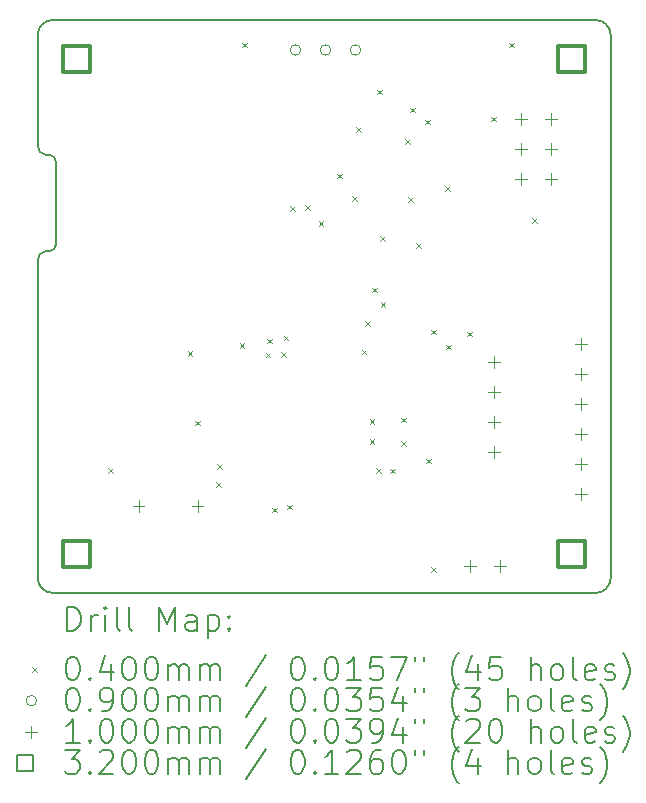
<source format=gbr>
%TF.GenerationSoftware,KiCad,Pcbnew,(6.0.7)*%
%TF.CreationDate,2023-04-08T23:38:01+02:00*%
%TF.ProjectId,hb-uni-644_328P_small,68622d75-6e69-42d3-9634-345f33323850,rev?*%
%TF.SameCoordinates,Original*%
%TF.FileFunction,Drillmap*%
%TF.FilePolarity,Positive*%
%FSLAX45Y45*%
G04 Gerber Fmt 4.5, Leading zero omitted, Abs format (unit mm)*
G04 Created by KiCad (PCBNEW (6.0.7)) date 2023-04-08 23:38:01*
%MOMM*%
%LPD*%
G01*
G04 APERTURE LIST*
%ADD10C,0.150000*%
%ADD11C,0.200000*%
%ADD12C,0.040000*%
%ADD13C,0.090000*%
%ADD14C,0.100000*%
%ADD15C,0.320000*%
G04 APERTURE END LIST*
D10*
X2870200Y-6731000D02*
G75*
G03*
X2921000Y-6680200I0J50800D01*
G01*
X2768603Y-9498697D02*
G75*
G03*
X2895600Y-9625697I126997J-3D01*
G01*
X7493000Y-9626600D02*
X2895600Y-9625697D01*
X2895600Y-4775200D02*
G75*
G03*
X2768600Y-4902200I0J-127000D01*
G01*
X2895600Y-4775200D02*
X7493000Y-4775200D01*
X2844800Y-5918200D02*
X2870200Y-5918200D01*
X2921000Y-5969000D02*
G75*
G03*
X2870200Y-5918200I-50800J0D01*
G01*
X7620000Y-4902200D02*
G75*
G03*
X7493000Y-4775200I-127000J0D01*
G01*
X2921000Y-5969000D02*
X2921000Y-6680200D01*
X2768600Y-9498697D02*
X2768600Y-6807200D01*
X2844800Y-6731000D02*
X2870200Y-6731000D01*
X7620000Y-4902200D02*
X7620000Y-9499600D01*
X7493000Y-9626600D02*
G75*
G03*
X7620000Y-9499600I0J127000D01*
G01*
X2768600Y-5842000D02*
G75*
G03*
X2844800Y-5918200I76200J0D01*
G01*
X2844800Y-6731000D02*
G75*
G03*
X2768600Y-6807200I0J-76200D01*
G01*
X2768600Y-5842000D02*
X2768600Y-4902200D01*
D11*
D12*
X3365030Y-8566490D02*
X3405030Y-8606490D01*
X3405030Y-8566490D02*
X3365030Y-8606490D01*
X4038150Y-7576190D02*
X4078150Y-7616190D01*
X4078150Y-7576190D02*
X4038150Y-7616190D01*
X4102830Y-8166700D02*
X4142830Y-8206700D01*
X4142830Y-8166700D02*
X4102830Y-8206700D01*
X4278480Y-8685910D02*
X4318480Y-8725910D01*
X4318480Y-8685910D02*
X4278480Y-8725910D01*
X4288240Y-8538420D02*
X4328240Y-8578420D01*
X4328240Y-8538420D02*
X4288240Y-8578420D01*
X4479130Y-7510870D02*
X4519130Y-7550870D01*
X4519130Y-7510870D02*
X4479130Y-7550870D01*
X4503000Y-4966730D02*
X4543000Y-5006730D01*
X4543000Y-4966730D02*
X4503000Y-5006730D01*
X4700000Y-7590520D02*
X4740000Y-7630520D01*
X4740000Y-7590520D02*
X4700000Y-7630520D01*
X4712260Y-7472730D02*
X4752260Y-7512730D01*
X4752260Y-7472730D02*
X4712260Y-7512730D01*
X4753030Y-8902880D02*
X4793030Y-8942880D01*
X4793030Y-8902880D02*
X4753030Y-8942880D01*
X4830840Y-7588490D02*
X4870840Y-7628490D01*
X4870840Y-7588490D02*
X4830840Y-7628490D01*
X4851620Y-7447620D02*
X4891620Y-7487620D01*
X4891620Y-7447620D02*
X4851620Y-7487620D01*
X4878450Y-8878760D02*
X4918450Y-8918760D01*
X4918450Y-8878760D02*
X4878450Y-8918760D01*
X4907990Y-6351680D02*
X4947990Y-6391680D01*
X4947990Y-6351680D02*
X4907990Y-6391680D01*
X5034600Y-6342700D02*
X5074600Y-6382700D01*
X5074600Y-6342700D02*
X5034600Y-6382700D01*
X5148900Y-6478550D02*
X5188900Y-6518550D01*
X5188900Y-6478550D02*
X5148900Y-6518550D01*
X5303500Y-6076000D02*
X5343500Y-6116000D01*
X5343500Y-6076000D02*
X5303500Y-6116000D01*
X5434480Y-6264740D02*
X5474480Y-6304740D01*
X5474480Y-6264740D02*
X5434480Y-6304740D01*
X5468320Y-5684010D02*
X5508320Y-5724010D01*
X5508320Y-5684010D02*
X5468320Y-5724010D01*
X5512360Y-7566960D02*
X5552360Y-7606960D01*
X5552360Y-7566960D02*
X5512360Y-7606960D01*
X5542010Y-7327000D02*
X5582010Y-7367000D01*
X5582010Y-7327000D02*
X5542010Y-7367000D01*
X5579500Y-8157140D02*
X5619500Y-8197140D01*
X5619500Y-8157140D02*
X5579500Y-8197140D01*
X5580370Y-8325850D02*
X5620370Y-8365850D01*
X5620370Y-8325850D02*
X5580370Y-8365850D01*
X5598390Y-7041310D02*
X5638390Y-7081310D01*
X5638390Y-7041310D02*
X5598390Y-7081310D01*
X5635320Y-8568490D02*
X5675320Y-8608490D01*
X5675320Y-8568490D02*
X5635320Y-8608490D01*
X5644200Y-5364800D02*
X5684200Y-5404800D01*
X5684200Y-5364800D02*
X5644200Y-5404800D01*
X5669600Y-6605120D02*
X5709600Y-6645120D01*
X5709600Y-6605120D02*
X5669600Y-6645120D01*
X5673810Y-7166680D02*
X5713810Y-7206680D01*
X5713810Y-7166680D02*
X5673810Y-7206680D01*
X5752990Y-8573900D02*
X5792990Y-8613900D01*
X5792990Y-8573900D02*
X5752990Y-8613900D01*
X5843440Y-8338350D02*
X5883440Y-8378350D01*
X5883440Y-8338350D02*
X5843440Y-8378350D01*
X5847400Y-8141140D02*
X5887400Y-8181140D01*
X5887400Y-8141140D02*
X5847400Y-8181140D01*
X5878930Y-5782180D02*
X5918930Y-5822180D01*
X5918930Y-5782180D02*
X5878930Y-5822180D01*
X5903490Y-6273540D02*
X5943490Y-6313540D01*
X5943490Y-6273540D02*
X5903490Y-6313540D01*
X5923600Y-5517200D02*
X5963600Y-5557200D01*
X5963600Y-5517200D02*
X5923600Y-5557200D01*
X5974400Y-6664280D02*
X6014400Y-6704280D01*
X6014400Y-6664280D02*
X5974400Y-6704280D01*
X6050600Y-5618800D02*
X6090600Y-5658800D01*
X6090600Y-5618800D02*
X6050600Y-5658800D01*
X6057190Y-8489240D02*
X6097190Y-8529240D01*
X6097190Y-8489240D02*
X6057190Y-8529240D01*
X6099320Y-9408110D02*
X6139320Y-9448110D01*
X6139320Y-9408110D02*
X6099320Y-9448110D01*
X6101400Y-7396800D02*
X6141400Y-7436800D01*
X6141400Y-7396800D02*
X6101400Y-7436800D01*
X6216090Y-6180010D02*
X6256090Y-6220010D01*
X6256090Y-6180010D02*
X6216090Y-6220010D01*
X6228400Y-7523800D02*
X6268400Y-7563800D01*
X6268400Y-7523800D02*
X6228400Y-7563800D01*
X6406960Y-7413930D02*
X6446960Y-7453930D01*
X6446960Y-7413930D02*
X6406960Y-7453930D01*
X6609400Y-5593400D02*
X6649400Y-5633400D01*
X6649400Y-5593400D02*
X6609400Y-5633400D01*
X6763600Y-4966890D02*
X6803600Y-5006890D01*
X6803600Y-4966890D02*
X6763600Y-5006890D01*
X6953200Y-6455300D02*
X6993200Y-6495300D01*
X6993200Y-6455300D02*
X6953200Y-6495300D01*
D13*
X4997000Y-5029200D02*
G75*
G03*
X4997000Y-5029200I-45000J0D01*
G01*
X5251000Y-5029200D02*
G75*
G03*
X5251000Y-5029200I-45000J0D01*
G01*
X5505000Y-5029200D02*
G75*
G03*
X5505000Y-5029200I-45000J0D01*
G01*
D14*
X3622970Y-8840000D02*
X3622970Y-8940000D01*
X3572970Y-8890000D02*
X3672970Y-8890000D01*
X4122970Y-8840000D02*
X4122970Y-8940000D01*
X4072970Y-8890000D02*
X4172970Y-8890000D01*
X6426700Y-9348000D02*
X6426700Y-9448000D01*
X6376700Y-9398000D02*
X6476700Y-9398000D01*
X6629400Y-7621800D02*
X6629400Y-7721800D01*
X6579400Y-7671800D02*
X6679400Y-7671800D01*
X6629400Y-7875800D02*
X6629400Y-7975800D01*
X6579400Y-7925800D02*
X6679400Y-7925800D01*
X6629400Y-8129800D02*
X6629400Y-8229800D01*
X6579400Y-8179800D02*
X6679400Y-8179800D01*
X6629400Y-8383800D02*
X6629400Y-8483800D01*
X6579400Y-8433800D02*
X6679400Y-8433800D01*
X6680700Y-9348000D02*
X6680700Y-9448000D01*
X6630700Y-9398000D02*
X6730700Y-9398000D01*
X6858500Y-5561900D02*
X6858500Y-5661900D01*
X6808500Y-5611900D02*
X6908500Y-5611900D01*
X6858500Y-5815900D02*
X6858500Y-5915900D01*
X6808500Y-5865900D02*
X6908500Y-5865900D01*
X6858500Y-6069900D02*
X6858500Y-6169900D01*
X6808500Y-6119900D02*
X6908500Y-6119900D01*
X7112500Y-5561900D02*
X7112500Y-5661900D01*
X7062500Y-5611900D02*
X7162500Y-5611900D01*
X7112500Y-5815900D02*
X7112500Y-5915900D01*
X7062500Y-5865900D02*
X7162500Y-5865900D01*
X7112500Y-6069900D02*
X7112500Y-6169900D01*
X7062500Y-6119900D02*
X7162500Y-6119900D01*
X7366000Y-7468400D02*
X7366000Y-7568400D01*
X7316000Y-7518400D02*
X7416000Y-7518400D01*
X7366000Y-7722400D02*
X7366000Y-7822400D01*
X7316000Y-7772400D02*
X7416000Y-7772400D01*
X7366000Y-7976400D02*
X7366000Y-8076400D01*
X7316000Y-8026400D02*
X7416000Y-8026400D01*
X7366000Y-8230400D02*
X7366000Y-8330400D01*
X7316000Y-8280400D02*
X7416000Y-8280400D01*
X7366000Y-8484400D02*
X7366000Y-8584400D01*
X7316000Y-8534400D02*
X7416000Y-8534400D01*
X7366000Y-8738400D02*
X7366000Y-8838400D01*
X7316000Y-8788400D02*
X7416000Y-8788400D01*
D15*
X3211938Y-5218538D02*
X3211938Y-4992262D01*
X2985662Y-4992262D01*
X2985662Y-5218538D01*
X3211938Y-5218538D01*
X3211938Y-9409538D02*
X3211938Y-9183262D01*
X2985662Y-9183262D01*
X2985662Y-9409538D01*
X3211938Y-9409538D01*
X7402938Y-5218538D02*
X7402938Y-4992262D01*
X7176662Y-4992262D01*
X7176662Y-5218538D01*
X7402938Y-5218538D01*
X7402938Y-9409538D02*
X7402938Y-9183262D01*
X7176662Y-9183262D01*
X7176662Y-9409538D01*
X7402938Y-9409538D01*
D11*
X3018719Y-9944576D02*
X3018719Y-9744576D01*
X3066338Y-9744576D01*
X3094909Y-9754100D01*
X3113957Y-9773148D01*
X3123481Y-9792195D01*
X3133005Y-9830290D01*
X3133005Y-9858862D01*
X3123481Y-9896957D01*
X3113957Y-9916005D01*
X3094909Y-9935052D01*
X3066338Y-9944576D01*
X3018719Y-9944576D01*
X3218719Y-9944576D02*
X3218719Y-9811243D01*
X3218719Y-9849338D02*
X3228243Y-9830290D01*
X3237767Y-9820767D01*
X3256814Y-9811243D01*
X3275862Y-9811243D01*
X3342528Y-9944576D02*
X3342528Y-9811243D01*
X3342528Y-9744576D02*
X3333005Y-9754100D01*
X3342528Y-9763624D01*
X3352052Y-9754100D01*
X3342528Y-9744576D01*
X3342528Y-9763624D01*
X3466338Y-9944576D02*
X3447290Y-9935052D01*
X3437767Y-9916005D01*
X3437767Y-9744576D01*
X3571100Y-9944576D02*
X3552052Y-9935052D01*
X3542528Y-9916005D01*
X3542528Y-9744576D01*
X3799671Y-9944576D02*
X3799671Y-9744576D01*
X3866338Y-9887433D01*
X3933005Y-9744576D01*
X3933005Y-9944576D01*
X4113957Y-9944576D02*
X4113957Y-9839814D01*
X4104433Y-9820767D01*
X4085386Y-9811243D01*
X4047290Y-9811243D01*
X4028243Y-9820767D01*
X4113957Y-9935052D02*
X4094909Y-9944576D01*
X4047290Y-9944576D01*
X4028243Y-9935052D01*
X4018719Y-9916005D01*
X4018719Y-9896957D01*
X4028243Y-9877910D01*
X4047290Y-9868386D01*
X4094909Y-9868386D01*
X4113957Y-9858862D01*
X4209195Y-9811243D02*
X4209195Y-10011243D01*
X4209195Y-9820767D02*
X4228243Y-9811243D01*
X4266338Y-9811243D01*
X4285386Y-9820767D01*
X4294910Y-9830290D01*
X4304433Y-9849338D01*
X4304433Y-9906481D01*
X4294910Y-9925529D01*
X4285386Y-9935052D01*
X4266338Y-9944576D01*
X4228243Y-9944576D01*
X4209195Y-9935052D01*
X4390148Y-9925529D02*
X4399671Y-9935052D01*
X4390148Y-9944576D01*
X4380624Y-9935052D01*
X4390148Y-9925529D01*
X4390148Y-9944576D01*
X4390148Y-9820767D02*
X4399671Y-9830290D01*
X4390148Y-9839814D01*
X4380624Y-9830290D01*
X4390148Y-9820767D01*
X4390148Y-9839814D01*
D12*
X2721100Y-10254100D02*
X2761100Y-10294100D01*
X2761100Y-10254100D02*
X2721100Y-10294100D01*
D11*
X3056814Y-10164576D02*
X3075862Y-10164576D01*
X3094909Y-10174100D01*
X3104433Y-10183624D01*
X3113957Y-10202671D01*
X3123481Y-10240767D01*
X3123481Y-10288386D01*
X3113957Y-10326481D01*
X3104433Y-10345529D01*
X3094909Y-10355052D01*
X3075862Y-10364576D01*
X3056814Y-10364576D01*
X3037767Y-10355052D01*
X3028243Y-10345529D01*
X3018719Y-10326481D01*
X3009195Y-10288386D01*
X3009195Y-10240767D01*
X3018719Y-10202671D01*
X3028243Y-10183624D01*
X3037767Y-10174100D01*
X3056814Y-10164576D01*
X3209195Y-10345529D02*
X3218719Y-10355052D01*
X3209195Y-10364576D01*
X3199671Y-10355052D01*
X3209195Y-10345529D01*
X3209195Y-10364576D01*
X3390148Y-10231243D02*
X3390148Y-10364576D01*
X3342528Y-10155052D02*
X3294909Y-10297910D01*
X3418719Y-10297910D01*
X3533005Y-10164576D02*
X3552052Y-10164576D01*
X3571100Y-10174100D01*
X3580624Y-10183624D01*
X3590148Y-10202671D01*
X3599671Y-10240767D01*
X3599671Y-10288386D01*
X3590148Y-10326481D01*
X3580624Y-10345529D01*
X3571100Y-10355052D01*
X3552052Y-10364576D01*
X3533005Y-10364576D01*
X3513957Y-10355052D01*
X3504433Y-10345529D01*
X3494909Y-10326481D01*
X3485386Y-10288386D01*
X3485386Y-10240767D01*
X3494909Y-10202671D01*
X3504433Y-10183624D01*
X3513957Y-10174100D01*
X3533005Y-10164576D01*
X3723481Y-10164576D02*
X3742528Y-10164576D01*
X3761576Y-10174100D01*
X3771100Y-10183624D01*
X3780624Y-10202671D01*
X3790148Y-10240767D01*
X3790148Y-10288386D01*
X3780624Y-10326481D01*
X3771100Y-10345529D01*
X3761576Y-10355052D01*
X3742528Y-10364576D01*
X3723481Y-10364576D01*
X3704433Y-10355052D01*
X3694909Y-10345529D01*
X3685386Y-10326481D01*
X3675862Y-10288386D01*
X3675862Y-10240767D01*
X3685386Y-10202671D01*
X3694909Y-10183624D01*
X3704433Y-10174100D01*
X3723481Y-10164576D01*
X3875862Y-10364576D02*
X3875862Y-10231243D01*
X3875862Y-10250290D02*
X3885386Y-10240767D01*
X3904433Y-10231243D01*
X3933005Y-10231243D01*
X3952052Y-10240767D01*
X3961576Y-10259814D01*
X3961576Y-10364576D01*
X3961576Y-10259814D02*
X3971100Y-10240767D01*
X3990148Y-10231243D01*
X4018719Y-10231243D01*
X4037767Y-10240767D01*
X4047290Y-10259814D01*
X4047290Y-10364576D01*
X4142528Y-10364576D02*
X4142528Y-10231243D01*
X4142528Y-10250290D02*
X4152052Y-10240767D01*
X4171100Y-10231243D01*
X4199671Y-10231243D01*
X4218719Y-10240767D01*
X4228243Y-10259814D01*
X4228243Y-10364576D01*
X4228243Y-10259814D02*
X4237767Y-10240767D01*
X4256814Y-10231243D01*
X4285386Y-10231243D01*
X4304433Y-10240767D01*
X4313957Y-10259814D01*
X4313957Y-10364576D01*
X4704433Y-10155052D02*
X4533005Y-10412195D01*
X4961576Y-10164576D02*
X4980624Y-10164576D01*
X4999671Y-10174100D01*
X5009195Y-10183624D01*
X5018719Y-10202671D01*
X5028243Y-10240767D01*
X5028243Y-10288386D01*
X5018719Y-10326481D01*
X5009195Y-10345529D01*
X4999671Y-10355052D01*
X4980624Y-10364576D01*
X4961576Y-10364576D01*
X4942529Y-10355052D01*
X4933005Y-10345529D01*
X4923481Y-10326481D01*
X4913957Y-10288386D01*
X4913957Y-10240767D01*
X4923481Y-10202671D01*
X4933005Y-10183624D01*
X4942529Y-10174100D01*
X4961576Y-10164576D01*
X5113957Y-10345529D02*
X5123481Y-10355052D01*
X5113957Y-10364576D01*
X5104433Y-10355052D01*
X5113957Y-10345529D01*
X5113957Y-10364576D01*
X5247290Y-10164576D02*
X5266338Y-10164576D01*
X5285386Y-10174100D01*
X5294910Y-10183624D01*
X5304433Y-10202671D01*
X5313957Y-10240767D01*
X5313957Y-10288386D01*
X5304433Y-10326481D01*
X5294910Y-10345529D01*
X5285386Y-10355052D01*
X5266338Y-10364576D01*
X5247290Y-10364576D01*
X5228243Y-10355052D01*
X5218719Y-10345529D01*
X5209195Y-10326481D01*
X5199671Y-10288386D01*
X5199671Y-10240767D01*
X5209195Y-10202671D01*
X5218719Y-10183624D01*
X5228243Y-10174100D01*
X5247290Y-10164576D01*
X5504433Y-10364576D02*
X5390148Y-10364576D01*
X5447290Y-10364576D02*
X5447290Y-10164576D01*
X5428243Y-10193148D01*
X5409195Y-10212195D01*
X5390148Y-10221719D01*
X5685386Y-10164576D02*
X5590148Y-10164576D01*
X5580624Y-10259814D01*
X5590148Y-10250290D01*
X5609195Y-10240767D01*
X5656814Y-10240767D01*
X5675862Y-10250290D01*
X5685386Y-10259814D01*
X5694909Y-10278862D01*
X5694909Y-10326481D01*
X5685386Y-10345529D01*
X5675862Y-10355052D01*
X5656814Y-10364576D01*
X5609195Y-10364576D01*
X5590148Y-10355052D01*
X5580624Y-10345529D01*
X5761576Y-10164576D02*
X5894909Y-10164576D01*
X5809195Y-10364576D01*
X5961576Y-10164576D02*
X5961576Y-10202671D01*
X6037767Y-10164576D02*
X6037767Y-10202671D01*
X6333005Y-10440767D02*
X6323481Y-10431243D01*
X6304433Y-10402671D01*
X6294909Y-10383624D01*
X6285386Y-10355052D01*
X6275862Y-10307433D01*
X6275862Y-10269338D01*
X6285386Y-10221719D01*
X6294909Y-10193148D01*
X6304433Y-10174100D01*
X6323481Y-10145529D01*
X6333005Y-10136005D01*
X6494909Y-10231243D02*
X6494909Y-10364576D01*
X6447290Y-10155052D02*
X6399671Y-10297910D01*
X6523481Y-10297910D01*
X6694909Y-10164576D02*
X6599671Y-10164576D01*
X6590148Y-10259814D01*
X6599671Y-10250290D01*
X6618719Y-10240767D01*
X6666338Y-10240767D01*
X6685386Y-10250290D01*
X6694909Y-10259814D01*
X6704433Y-10278862D01*
X6704433Y-10326481D01*
X6694909Y-10345529D01*
X6685386Y-10355052D01*
X6666338Y-10364576D01*
X6618719Y-10364576D01*
X6599671Y-10355052D01*
X6590148Y-10345529D01*
X6942528Y-10364576D02*
X6942528Y-10164576D01*
X7028243Y-10364576D02*
X7028243Y-10259814D01*
X7018719Y-10240767D01*
X6999671Y-10231243D01*
X6971100Y-10231243D01*
X6952052Y-10240767D01*
X6942528Y-10250290D01*
X7152052Y-10364576D02*
X7133005Y-10355052D01*
X7123481Y-10345529D01*
X7113957Y-10326481D01*
X7113957Y-10269338D01*
X7123481Y-10250290D01*
X7133005Y-10240767D01*
X7152052Y-10231243D01*
X7180624Y-10231243D01*
X7199671Y-10240767D01*
X7209195Y-10250290D01*
X7218719Y-10269338D01*
X7218719Y-10326481D01*
X7209195Y-10345529D01*
X7199671Y-10355052D01*
X7180624Y-10364576D01*
X7152052Y-10364576D01*
X7333005Y-10364576D02*
X7313957Y-10355052D01*
X7304433Y-10336005D01*
X7304433Y-10164576D01*
X7485386Y-10355052D02*
X7466338Y-10364576D01*
X7428243Y-10364576D01*
X7409195Y-10355052D01*
X7399671Y-10336005D01*
X7399671Y-10259814D01*
X7409195Y-10240767D01*
X7428243Y-10231243D01*
X7466338Y-10231243D01*
X7485386Y-10240767D01*
X7494909Y-10259814D01*
X7494909Y-10278862D01*
X7399671Y-10297910D01*
X7571100Y-10355052D02*
X7590148Y-10364576D01*
X7628243Y-10364576D01*
X7647290Y-10355052D01*
X7656814Y-10336005D01*
X7656814Y-10326481D01*
X7647290Y-10307433D01*
X7628243Y-10297910D01*
X7599671Y-10297910D01*
X7580624Y-10288386D01*
X7571100Y-10269338D01*
X7571100Y-10259814D01*
X7580624Y-10240767D01*
X7599671Y-10231243D01*
X7628243Y-10231243D01*
X7647290Y-10240767D01*
X7723481Y-10440767D02*
X7733005Y-10431243D01*
X7752052Y-10402671D01*
X7761576Y-10383624D01*
X7771100Y-10355052D01*
X7780624Y-10307433D01*
X7780624Y-10269338D01*
X7771100Y-10221719D01*
X7761576Y-10193148D01*
X7752052Y-10174100D01*
X7733005Y-10145529D01*
X7723481Y-10136005D01*
D13*
X2761100Y-10538100D02*
G75*
G03*
X2761100Y-10538100I-45000J0D01*
G01*
D11*
X3056814Y-10428576D02*
X3075862Y-10428576D01*
X3094909Y-10438100D01*
X3104433Y-10447624D01*
X3113957Y-10466671D01*
X3123481Y-10504767D01*
X3123481Y-10552386D01*
X3113957Y-10590481D01*
X3104433Y-10609529D01*
X3094909Y-10619052D01*
X3075862Y-10628576D01*
X3056814Y-10628576D01*
X3037767Y-10619052D01*
X3028243Y-10609529D01*
X3018719Y-10590481D01*
X3009195Y-10552386D01*
X3009195Y-10504767D01*
X3018719Y-10466671D01*
X3028243Y-10447624D01*
X3037767Y-10438100D01*
X3056814Y-10428576D01*
X3209195Y-10609529D02*
X3218719Y-10619052D01*
X3209195Y-10628576D01*
X3199671Y-10619052D01*
X3209195Y-10609529D01*
X3209195Y-10628576D01*
X3313957Y-10628576D02*
X3352052Y-10628576D01*
X3371100Y-10619052D01*
X3380624Y-10609529D01*
X3399671Y-10580957D01*
X3409195Y-10542862D01*
X3409195Y-10466671D01*
X3399671Y-10447624D01*
X3390148Y-10438100D01*
X3371100Y-10428576D01*
X3333005Y-10428576D01*
X3313957Y-10438100D01*
X3304433Y-10447624D01*
X3294909Y-10466671D01*
X3294909Y-10514290D01*
X3304433Y-10533338D01*
X3313957Y-10542862D01*
X3333005Y-10552386D01*
X3371100Y-10552386D01*
X3390148Y-10542862D01*
X3399671Y-10533338D01*
X3409195Y-10514290D01*
X3533005Y-10428576D02*
X3552052Y-10428576D01*
X3571100Y-10438100D01*
X3580624Y-10447624D01*
X3590148Y-10466671D01*
X3599671Y-10504767D01*
X3599671Y-10552386D01*
X3590148Y-10590481D01*
X3580624Y-10609529D01*
X3571100Y-10619052D01*
X3552052Y-10628576D01*
X3533005Y-10628576D01*
X3513957Y-10619052D01*
X3504433Y-10609529D01*
X3494909Y-10590481D01*
X3485386Y-10552386D01*
X3485386Y-10504767D01*
X3494909Y-10466671D01*
X3504433Y-10447624D01*
X3513957Y-10438100D01*
X3533005Y-10428576D01*
X3723481Y-10428576D02*
X3742528Y-10428576D01*
X3761576Y-10438100D01*
X3771100Y-10447624D01*
X3780624Y-10466671D01*
X3790148Y-10504767D01*
X3790148Y-10552386D01*
X3780624Y-10590481D01*
X3771100Y-10609529D01*
X3761576Y-10619052D01*
X3742528Y-10628576D01*
X3723481Y-10628576D01*
X3704433Y-10619052D01*
X3694909Y-10609529D01*
X3685386Y-10590481D01*
X3675862Y-10552386D01*
X3675862Y-10504767D01*
X3685386Y-10466671D01*
X3694909Y-10447624D01*
X3704433Y-10438100D01*
X3723481Y-10428576D01*
X3875862Y-10628576D02*
X3875862Y-10495243D01*
X3875862Y-10514290D02*
X3885386Y-10504767D01*
X3904433Y-10495243D01*
X3933005Y-10495243D01*
X3952052Y-10504767D01*
X3961576Y-10523814D01*
X3961576Y-10628576D01*
X3961576Y-10523814D02*
X3971100Y-10504767D01*
X3990148Y-10495243D01*
X4018719Y-10495243D01*
X4037767Y-10504767D01*
X4047290Y-10523814D01*
X4047290Y-10628576D01*
X4142528Y-10628576D02*
X4142528Y-10495243D01*
X4142528Y-10514290D02*
X4152052Y-10504767D01*
X4171100Y-10495243D01*
X4199671Y-10495243D01*
X4218719Y-10504767D01*
X4228243Y-10523814D01*
X4228243Y-10628576D01*
X4228243Y-10523814D02*
X4237767Y-10504767D01*
X4256814Y-10495243D01*
X4285386Y-10495243D01*
X4304433Y-10504767D01*
X4313957Y-10523814D01*
X4313957Y-10628576D01*
X4704433Y-10419052D02*
X4533005Y-10676195D01*
X4961576Y-10428576D02*
X4980624Y-10428576D01*
X4999671Y-10438100D01*
X5009195Y-10447624D01*
X5018719Y-10466671D01*
X5028243Y-10504767D01*
X5028243Y-10552386D01*
X5018719Y-10590481D01*
X5009195Y-10609529D01*
X4999671Y-10619052D01*
X4980624Y-10628576D01*
X4961576Y-10628576D01*
X4942529Y-10619052D01*
X4933005Y-10609529D01*
X4923481Y-10590481D01*
X4913957Y-10552386D01*
X4913957Y-10504767D01*
X4923481Y-10466671D01*
X4933005Y-10447624D01*
X4942529Y-10438100D01*
X4961576Y-10428576D01*
X5113957Y-10609529D02*
X5123481Y-10619052D01*
X5113957Y-10628576D01*
X5104433Y-10619052D01*
X5113957Y-10609529D01*
X5113957Y-10628576D01*
X5247290Y-10428576D02*
X5266338Y-10428576D01*
X5285386Y-10438100D01*
X5294910Y-10447624D01*
X5304433Y-10466671D01*
X5313957Y-10504767D01*
X5313957Y-10552386D01*
X5304433Y-10590481D01*
X5294910Y-10609529D01*
X5285386Y-10619052D01*
X5266338Y-10628576D01*
X5247290Y-10628576D01*
X5228243Y-10619052D01*
X5218719Y-10609529D01*
X5209195Y-10590481D01*
X5199671Y-10552386D01*
X5199671Y-10504767D01*
X5209195Y-10466671D01*
X5218719Y-10447624D01*
X5228243Y-10438100D01*
X5247290Y-10428576D01*
X5380624Y-10428576D02*
X5504433Y-10428576D01*
X5437767Y-10504767D01*
X5466338Y-10504767D01*
X5485386Y-10514290D01*
X5494910Y-10523814D01*
X5504433Y-10542862D01*
X5504433Y-10590481D01*
X5494910Y-10609529D01*
X5485386Y-10619052D01*
X5466338Y-10628576D01*
X5409195Y-10628576D01*
X5390148Y-10619052D01*
X5380624Y-10609529D01*
X5685386Y-10428576D02*
X5590148Y-10428576D01*
X5580624Y-10523814D01*
X5590148Y-10514290D01*
X5609195Y-10504767D01*
X5656814Y-10504767D01*
X5675862Y-10514290D01*
X5685386Y-10523814D01*
X5694909Y-10542862D01*
X5694909Y-10590481D01*
X5685386Y-10609529D01*
X5675862Y-10619052D01*
X5656814Y-10628576D01*
X5609195Y-10628576D01*
X5590148Y-10619052D01*
X5580624Y-10609529D01*
X5866338Y-10495243D02*
X5866338Y-10628576D01*
X5818719Y-10419052D02*
X5771100Y-10561910D01*
X5894909Y-10561910D01*
X5961576Y-10428576D02*
X5961576Y-10466671D01*
X6037767Y-10428576D02*
X6037767Y-10466671D01*
X6333005Y-10704767D02*
X6323481Y-10695243D01*
X6304433Y-10666671D01*
X6294909Y-10647624D01*
X6285386Y-10619052D01*
X6275862Y-10571433D01*
X6275862Y-10533338D01*
X6285386Y-10485719D01*
X6294909Y-10457148D01*
X6304433Y-10438100D01*
X6323481Y-10409529D01*
X6333005Y-10400005D01*
X6390148Y-10428576D02*
X6513957Y-10428576D01*
X6447290Y-10504767D01*
X6475862Y-10504767D01*
X6494909Y-10514290D01*
X6504433Y-10523814D01*
X6513957Y-10542862D01*
X6513957Y-10590481D01*
X6504433Y-10609529D01*
X6494909Y-10619052D01*
X6475862Y-10628576D01*
X6418719Y-10628576D01*
X6399671Y-10619052D01*
X6390148Y-10609529D01*
X6752052Y-10628576D02*
X6752052Y-10428576D01*
X6837767Y-10628576D02*
X6837767Y-10523814D01*
X6828243Y-10504767D01*
X6809195Y-10495243D01*
X6780624Y-10495243D01*
X6761576Y-10504767D01*
X6752052Y-10514290D01*
X6961576Y-10628576D02*
X6942528Y-10619052D01*
X6933005Y-10609529D01*
X6923481Y-10590481D01*
X6923481Y-10533338D01*
X6933005Y-10514290D01*
X6942528Y-10504767D01*
X6961576Y-10495243D01*
X6990148Y-10495243D01*
X7009195Y-10504767D01*
X7018719Y-10514290D01*
X7028243Y-10533338D01*
X7028243Y-10590481D01*
X7018719Y-10609529D01*
X7009195Y-10619052D01*
X6990148Y-10628576D01*
X6961576Y-10628576D01*
X7142528Y-10628576D02*
X7123481Y-10619052D01*
X7113957Y-10600005D01*
X7113957Y-10428576D01*
X7294909Y-10619052D02*
X7275862Y-10628576D01*
X7237767Y-10628576D01*
X7218719Y-10619052D01*
X7209195Y-10600005D01*
X7209195Y-10523814D01*
X7218719Y-10504767D01*
X7237767Y-10495243D01*
X7275862Y-10495243D01*
X7294909Y-10504767D01*
X7304433Y-10523814D01*
X7304433Y-10542862D01*
X7209195Y-10561910D01*
X7380624Y-10619052D02*
X7399671Y-10628576D01*
X7437767Y-10628576D01*
X7456814Y-10619052D01*
X7466338Y-10600005D01*
X7466338Y-10590481D01*
X7456814Y-10571433D01*
X7437767Y-10561910D01*
X7409195Y-10561910D01*
X7390148Y-10552386D01*
X7380624Y-10533338D01*
X7380624Y-10523814D01*
X7390148Y-10504767D01*
X7409195Y-10495243D01*
X7437767Y-10495243D01*
X7456814Y-10504767D01*
X7533005Y-10704767D02*
X7542528Y-10695243D01*
X7561576Y-10666671D01*
X7571100Y-10647624D01*
X7580624Y-10619052D01*
X7590148Y-10571433D01*
X7590148Y-10533338D01*
X7580624Y-10485719D01*
X7571100Y-10457148D01*
X7561576Y-10438100D01*
X7542528Y-10409529D01*
X7533005Y-10400005D01*
D14*
X2711100Y-10752100D02*
X2711100Y-10852100D01*
X2661100Y-10802100D02*
X2761100Y-10802100D01*
D11*
X3123481Y-10892576D02*
X3009195Y-10892576D01*
X3066338Y-10892576D02*
X3066338Y-10692576D01*
X3047290Y-10721148D01*
X3028243Y-10740195D01*
X3009195Y-10749719D01*
X3209195Y-10873529D02*
X3218719Y-10883052D01*
X3209195Y-10892576D01*
X3199671Y-10883052D01*
X3209195Y-10873529D01*
X3209195Y-10892576D01*
X3342528Y-10692576D02*
X3361576Y-10692576D01*
X3380624Y-10702100D01*
X3390148Y-10711624D01*
X3399671Y-10730671D01*
X3409195Y-10768767D01*
X3409195Y-10816386D01*
X3399671Y-10854481D01*
X3390148Y-10873529D01*
X3380624Y-10883052D01*
X3361576Y-10892576D01*
X3342528Y-10892576D01*
X3323481Y-10883052D01*
X3313957Y-10873529D01*
X3304433Y-10854481D01*
X3294909Y-10816386D01*
X3294909Y-10768767D01*
X3304433Y-10730671D01*
X3313957Y-10711624D01*
X3323481Y-10702100D01*
X3342528Y-10692576D01*
X3533005Y-10692576D02*
X3552052Y-10692576D01*
X3571100Y-10702100D01*
X3580624Y-10711624D01*
X3590148Y-10730671D01*
X3599671Y-10768767D01*
X3599671Y-10816386D01*
X3590148Y-10854481D01*
X3580624Y-10873529D01*
X3571100Y-10883052D01*
X3552052Y-10892576D01*
X3533005Y-10892576D01*
X3513957Y-10883052D01*
X3504433Y-10873529D01*
X3494909Y-10854481D01*
X3485386Y-10816386D01*
X3485386Y-10768767D01*
X3494909Y-10730671D01*
X3504433Y-10711624D01*
X3513957Y-10702100D01*
X3533005Y-10692576D01*
X3723481Y-10692576D02*
X3742528Y-10692576D01*
X3761576Y-10702100D01*
X3771100Y-10711624D01*
X3780624Y-10730671D01*
X3790148Y-10768767D01*
X3790148Y-10816386D01*
X3780624Y-10854481D01*
X3771100Y-10873529D01*
X3761576Y-10883052D01*
X3742528Y-10892576D01*
X3723481Y-10892576D01*
X3704433Y-10883052D01*
X3694909Y-10873529D01*
X3685386Y-10854481D01*
X3675862Y-10816386D01*
X3675862Y-10768767D01*
X3685386Y-10730671D01*
X3694909Y-10711624D01*
X3704433Y-10702100D01*
X3723481Y-10692576D01*
X3875862Y-10892576D02*
X3875862Y-10759243D01*
X3875862Y-10778290D02*
X3885386Y-10768767D01*
X3904433Y-10759243D01*
X3933005Y-10759243D01*
X3952052Y-10768767D01*
X3961576Y-10787814D01*
X3961576Y-10892576D01*
X3961576Y-10787814D02*
X3971100Y-10768767D01*
X3990148Y-10759243D01*
X4018719Y-10759243D01*
X4037767Y-10768767D01*
X4047290Y-10787814D01*
X4047290Y-10892576D01*
X4142528Y-10892576D02*
X4142528Y-10759243D01*
X4142528Y-10778290D02*
X4152052Y-10768767D01*
X4171100Y-10759243D01*
X4199671Y-10759243D01*
X4218719Y-10768767D01*
X4228243Y-10787814D01*
X4228243Y-10892576D01*
X4228243Y-10787814D02*
X4237767Y-10768767D01*
X4256814Y-10759243D01*
X4285386Y-10759243D01*
X4304433Y-10768767D01*
X4313957Y-10787814D01*
X4313957Y-10892576D01*
X4704433Y-10683052D02*
X4533005Y-10940195D01*
X4961576Y-10692576D02*
X4980624Y-10692576D01*
X4999671Y-10702100D01*
X5009195Y-10711624D01*
X5018719Y-10730671D01*
X5028243Y-10768767D01*
X5028243Y-10816386D01*
X5018719Y-10854481D01*
X5009195Y-10873529D01*
X4999671Y-10883052D01*
X4980624Y-10892576D01*
X4961576Y-10892576D01*
X4942529Y-10883052D01*
X4933005Y-10873529D01*
X4923481Y-10854481D01*
X4913957Y-10816386D01*
X4913957Y-10768767D01*
X4923481Y-10730671D01*
X4933005Y-10711624D01*
X4942529Y-10702100D01*
X4961576Y-10692576D01*
X5113957Y-10873529D02*
X5123481Y-10883052D01*
X5113957Y-10892576D01*
X5104433Y-10883052D01*
X5113957Y-10873529D01*
X5113957Y-10892576D01*
X5247290Y-10692576D02*
X5266338Y-10692576D01*
X5285386Y-10702100D01*
X5294910Y-10711624D01*
X5304433Y-10730671D01*
X5313957Y-10768767D01*
X5313957Y-10816386D01*
X5304433Y-10854481D01*
X5294910Y-10873529D01*
X5285386Y-10883052D01*
X5266338Y-10892576D01*
X5247290Y-10892576D01*
X5228243Y-10883052D01*
X5218719Y-10873529D01*
X5209195Y-10854481D01*
X5199671Y-10816386D01*
X5199671Y-10768767D01*
X5209195Y-10730671D01*
X5218719Y-10711624D01*
X5228243Y-10702100D01*
X5247290Y-10692576D01*
X5380624Y-10692576D02*
X5504433Y-10692576D01*
X5437767Y-10768767D01*
X5466338Y-10768767D01*
X5485386Y-10778290D01*
X5494910Y-10787814D01*
X5504433Y-10806862D01*
X5504433Y-10854481D01*
X5494910Y-10873529D01*
X5485386Y-10883052D01*
X5466338Y-10892576D01*
X5409195Y-10892576D01*
X5390148Y-10883052D01*
X5380624Y-10873529D01*
X5599671Y-10892576D02*
X5637767Y-10892576D01*
X5656814Y-10883052D01*
X5666338Y-10873529D01*
X5685386Y-10844957D01*
X5694909Y-10806862D01*
X5694909Y-10730671D01*
X5685386Y-10711624D01*
X5675862Y-10702100D01*
X5656814Y-10692576D01*
X5618719Y-10692576D01*
X5599671Y-10702100D01*
X5590148Y-10711624D01*
X5580624Y-10730671D01*
X5580624Y-10778290D01*
X5590148Y-10797338D01*
X5599671Y-10806862D01*
X5618719Y-10816386D01*
X5656814Y-10816386D01*
X5675862Y-10806862D01*
X5685386Y-10797338D01*
X5694909Y-10778290D01*
X5866338Y-10759243D02*
X5866338Y-10892576D01*
X5818719Y-10683052D02*
X5771100Y-10825910D01*
X5894909Y-10825910D01*
X5961576Y-10692576D02*
X5961576Y-10730671D01*
X6037767Y-10692576D02*
X6037767Y-10730671D01*
X6333005Y-10968767D02*
X6323481Y-10959243D01*
X6304433Y-10930671D01*
X6294909Y-10911624D01*
X6285386Y-10883052D01*
X6275862Y-10835433D01*
X6275862Y-10797338D01*
X6285386Y-10749719D01*
X6294909Y-10721148D01*
X6304433Y-10702100D01*
X6323481Y-10673529D01*
X6333005Y-10664005D01*
X6399671Y-10711624D02*
X6409195Y-10702100D01*
X6428243Y-10692576D01*
X6475862Y-10692576D01*
X6494909Y-10702100D01*
X6504433Y-10711624D01*
X6513957Y-10730671D01*
X6513957Y-10749719D01*
X6504433Y-10778290D01*
X6390148Y-10892576D01*
X6513957Y-10892576D01*
X6637767Y-10692576D02*
X6656814Y-10692576D01*
X6675862Y-10702100D01*
X6685386Y-10711624D01*
X6694909Y-10730671D01*
X6704433Y-10768767D01*
X6704433Y-10816386D01*
X6694909Y-10854481D01*
X6685386Y-10873529D01*
X6675862Y-10883052D01*
X6656814Y-10892576D01*
X6637767Y-10892576D01*
X6618719Y-10883052D01*
X6609195Y-10873529D01*
X6599671Y-10854481D01*
X6590148Y-10816386D01*
X6590148Y-10768767D01*
X6599671Y-10730671D01*
X6609195Y-10711624D01*
X6618719Y-10702100D01*
X6637767Y-10692576D01*
X6942528Y-10892576D02*
X6942528Y-10692576D01*
X7028243Y-10892576D02*
X7028243Y-10787814D01*
X7018719Y-10768767D01*
X6999671Y-10759243D01*
X6971100Y-10759243D01*
X6952052Y-10768767D01*
X6942528Y-10778290D01*
X7152052Y-10892576D02*
X7133005Y-10883052D01*
X7123481Y-10873529D01*
X7113957Y-10854481D01*
X7113957Y-10797338D01*
X7123481Y-10778290D01*
X7133005Y-10768767D01*
X7152052Y-10759243D01*
X7180624Y-10759243D01*
X7199671Y-10768767D01*
X7209195Y-10778290D01*
X7218719Y-10797338D01*
X7218719Y-10854481D01*
X7209195Y-10873529D01*
X7199671Y-10883052D01*
X7180624Y-10892576D01*
X7152052Y-10892576D01*
X7333005Y-10892576D02*
X7313957Y-10883052D01*
X7304433Y-10864005D01*
X7304433Y-10692576D01*
X7485386Y-10883052D02*
X7466338Y-10892576D01*
X7428243Y-10892576D01*
X7409195Y-10883052D01*
X7399671Y-10864005D01*
X7399671Y-10787814D01*
X7409195Y-10768767D01*
X7428243Y-10759243D01*
X7466338Y-10759243D01*
X7485386Y-10768767D01*
X7494909Y-10787814D01*
X7494909Y-10806862D01*
X7399671Y-10825910D01*
X7571100Y-10883052D02*
X7590148Y-10892576D01*
X7628243Y-10892576D01*
X7647290Y-10883052D01*
X7656814Y-10864005D01*
X7656814Y-10854481D01*
X7647290Y-10835433D01*
X7628243Y-10825910D01*
X7599671Y-10825910D01*
X7580624Y-10816386D01*
X7571100Y-10797338D01*
X7571100Y-10787814D01*
X7580624Y-10768767D01*
X7599671Y-10759243D01*
X7628243Y-10759243D01*
X7647290Y-10768767D01*
X7723481Y-10968767D02*
X7733005Y-10959243D01*
X7752052Y-10930671D01*
X7761576Y-10911624D01*
X7771100Y-10883052D01*
X7780624Y-10835433D01*
X7780624Y-10797338D01*
X7771100Y-10749719D01*
X7761576Y-10721148D01*
X7752052Y-10702100D01*
X7733005Y-10673529D01*
X7723481Y-10664005D01*
X2731811Y-11136811D02*
X2731811Y-10995389D01*
X2590389Y-10995389D01*
X2590389Y-11136811D01*
X2731811Y-11136811D01*
X2999671Y-10956576D02*
X3123481Y-10956576D01*
X3056814Y-11032767D01*
X3085386Y-11032767D01*
X3104433Y-11042290D01*
X3113957Y-11051814D01*
X3123481Y-11070862D01*
X3123481Y-11118481D01*
X3113957Y-11137529D01*
X3104433Y-11147052D01*
X3085386Y-11156576D01*
X3028243Y-11156576D01*
X3009195Y-11147052D01*
X2999671Y-11137529D01*
X3209195Y-11137529D02*
X3218719Y-11147052D01*
X3209195Y-11156576D01*
X3199671Y-11147052D01*
X3209195Y-11137529D01*
X3209195Y-11156576D01*
X3294909Y-10975624D02*
X3304433Y-10966100D01*
X3323481Y-10956576D01*
X3371100Y-10956576D01*
X3390148Y-10966100D01*
X3399671Y-10975624D01*
X3409195Y-10994671D01*
X3409195Y-11013719D01*
X3399671Y-11042290D01*
X3285386Y-11156576D01*
X3409195Y-11156576D01*
X3533005Y-10956576D02*
X3552052Y-10956576D01*
X3571100Y-10966100D01*
X3580624Y-10975624D01*
X3590148Y-10994671D01*
X3599671Y-11032767D01*
X3599671Y-11080386D01*
X3590148Y-11118481D01*
X3580624Y-11137529D01*
X3571100Y-11147052D01*
X3552052Y-11156576D01*
X3533005Y-11156576D01*
X3513957Y-11147052D01*
X3504433Y-11137529D01*
X3494909Y-11118481D01*
X3485386Y-11080386D01*
X3485386Y-11032767D01*
X3494909Y-10994671D01*
X3504433Y-10975624D01*
X3513957Y-10966100D01*
X3533005Y-10956576D01*
X3723481Y-10956576D02*
X3742528Y-10956576D01*
X3761576Y-10966100D01*
X3771100Y-10975624D01*
X3780624Y-10994671D01*
X3790148Y-11032767D01*
X3790148Y-11080386D01*
X3780624Y-11118481D01*
X3771100Y-11137529D01*
X3761576Y-11147052D01*
X3742528Y-11156576D01*
X3723481Y-11156576D01*
X3704433Y-11147052D01*
X3694909Y-11137529D01*
X3685386Y-11118481D01*
X3675862Y-11080386D01*
X3675862Y-11032767D01*
X3685386Y-10994671D01*
X3694909Y-10975624D01*
X3704433Y-10966100D01*
X3723481Y-10956576D01*
X3875862Y-11156576D02*
X3875862Y-11023243D01*
X3875862Y-11042290D02*
X3885386Y-11032767D01*
X3904433Y-11023243D01*
X3933005Y-11023243D01*
X3952052Y-11032767D01*
X3961576Y-11051814D01*
X3961576Y-11156576D01*
X3961576Y-11051814D02*
X3971100Y-11032767D01*
X3990148Y-11023243D01*
X4018719Y-11023243D01*
X4037767Y-11032767D01*
X4047290Y-11051814D01*
X4047290Y-11156576D01*
X4142528Y-11156576D02*
X4142528Y-11023243D01*
X4142528Y-11042290D02*
X4152052Y-11032767D01*
X4171100Y-11023243D01*
X4199671Y-11023243D01*
X4218719Y-11032767D01*
X4228243Y-11051814D01*
X4228243Y-11156576D01*
X4228243Y-11051814D02*
X4237767Y-11032767D01*
X4256814Y-11023243D01*
X4285386Y-11023243D01*
X4304433Y-11032767D01*
X4313957Y-11051814D01*
X4313957Y-11156576D01*
X4704433Y-10947052D02*
X4533005Y-11204195D01*
X4961576Y-10956576D02*
X4980624Y-10956576D01*
X4999671Y-10966100D01*
X5009195Y-10975624D01*
X5018719Y-10994671D01*
X5028243Y-11032767D01*
X5028243Y-11080386D01*
X5018719Y-11118481D01*
X5009195Y-11137529D01*
X4999671Y-11147052D01*
X4980624Y-11156576D01*
X4961576Y-11156576D01*
X4942529Y-11147052D01*
X4933005Y-11137529D01*
X4923481Y-11118481D01*
X4913957Y-11080386D01*
X4913957Y-11032767D01*
X4923481Y-10994671D01*
X4933005Y-10975624D01*
X4942529Y-10966100D01*
X4961576Y-10956576D01*
X5113957Y-11137529D02*
X5123481Y-11147052D01*
X5113957Y-11156576D01*
X5104433Y-11147052D01*
X5113957Y-11137529D01*
X5113957Y-11156576D01*
X5313957Y-11156576D02*
X5199671Y-11156576D01*
X5256814Y-11156576D02*
X5256814Y-10956576D01*
X5237767Y-10985148D01*
X5218719Y-11004195D01*
X5199671Y-11013719D01*
X5390148Y-10975624D02*
X5399671Y-10966100D01*
X5418719Y-10956576D01*
X5466338Y-10956576D01*
X5485386Y-10966100D01*
X5494910Y-10975624D01*
X5504433Y-10994671D01*
X5504433Y-11013719D01*
X5494910Y-11042290D01*
X5380624Y-11156576D01*
X5504433Y-11156576D01*
X5675862Y-10956576D02*
X5637767Y-10956576D01*
X5618719Y-10966100D01*
X5609195Y-10975624D01*
X5590148Y-11004195D01*
X5580624Y-11042290D01*
X5580624Y-11118481D01*
X5590148Y-11137529D01*
X5599671Y-11147052D01*
X5618719Y-11156576D01*
X5656814Y-11156576D01*
X5675862Y-11147052D01*
X5685386Y-11137529D01*
X5694909Y-11118481D01*
X5694909Y-11070862D01*
X5685386Y-11051814D01*
X5675862Y-11042290D01*
X5656814Y-11032767D01*
X5618719Y-11032767D01*
X5599671Y-11042290D01*
X5590148Y-11051814D01*
X5580624Y-11070862D01*
X5818719Y-10956576D02*
X5837767Y-10956576D01*
X5856814Y-10966100D01*
X5866338Y-10975624D01*
X5875862Y-10994671D01*
X5885386Y-11032767D01*
X5885386Y-11080386D01*
X5875862Y-11118481D01*
X5866338Y-11137529D01*
X5856814Y-11147052D01*
X5837767Y-11156576D01*
X5818719Y-11156576D01*
X5799671Y-11147052D01*
X5790148Y-11137529D01*
X5780624Y-11118481D01*
X5771100Y-11080386D01*
X5771100Y-11032767D01*
X5780624Y-10994671D01*
X5790148Y-10975624D01*
X5799671Y-10966100D01*
X5818719Y-10956576D01*
X5961576Y-10956576D02*
X5961576Y-10994671D01*
X6037767Y-10956576D02*
X6037767Y-10994671D01*
X6333005Y-11232767D02*
X6323481Y-11223243D01*
X6304433Y-11194671D01*
X6294909Y-11175624D01*
X6285386Y-11147052D01*
X6275862Y-11099433D01*
X6275862Y-11061338D01*
X6285386Y-11013719D01*
X6294909Y-10985148D01*
X6304433Y-10966100D01*
X6323481Y-10937529D01*
X6333005Y-10928005D01*
X6494909Y-11023243D02*
X6494909Y-11156576D01*
X6447290Y-10947052D02*
X6399671Y-11089910D01*
X6523481Y-11089910D01*
X6752052Y-11156576D02*
X6752052Y-10956576D01*
X6837767Y-11156576D02*
X6837767Y-11051814D01*
X6828243Y-11032767D01*
X6809195Y-11023243D01*
X6780624Y-11023243D01*
X6761576Y-11032767D01*
X6752052Y-11042290D01*
X6961576Y-11156576D02*
X6942528Y-11147052D01*
X6933005Y-11137529D01*
X6923481Y-11118481D01*
X6923481Y-11061338D01*
X6933005Y-11042290D01*
X6942528Y-11032767D01*
X6961576Y-11023243D01*
X6990148Y-11023243D01*
X7009195Y-11032767D01*
X7018719Y-11042290D01*
X7028243Y-11061338D01*
X7028243Y-11118481D01*
X7018719Y-11137529D01*
X7009195Y-11147052D01*
X6990148Y-11156576D01*
X6961576Y-11156576D01*
X7142528Y-11156576D02*
X7123481Y-11147052D01*
X7113957Y-11128005D01*
X7113957Y-10956576D01*
X7294909Y-11147052D02*
X7275862Y-11156576D01*
X7237767Y-11156576D01*
X7218719Y-11147052D01*
X7209195Y-11128005D01*
X7209195Y-11051814D01*
X7218719Y-11032767D01*
X7237767Y-11023243D01*
X7275862Y-11023243D01*
X7294909Y-11032767D01*
X7304433Y-11051814D01*
X7304433Y-11070862D01*
X7209195Y-11089910D01*
X7380624Y-11147052D02*
X7399671Y-11156576D01*
X7437767Y-11156576D01*
X7456814Y-11147052D01*
X7466338Y-11128005D01*
X7466338Y-11118481D01*
X7456814Y-11099433D01*
X7437767Y-11089910D01*
X7409195Y-11089910D01*
X7390148Y-11080386D01*
X7380624Y-11061338D01*
X7380624Y-11051814D01*
X7390148Y-11032767D01*
X7409195Y-11023243D01*
X7437767Y-11023243D01*
X7456814Y-11032767D01*
X7533005Y-11232767D02*
X7542528Y-11223243D01*
X7561576Y-11194671D01*
X7571100Y-11175624D01*
X7580624Y-11147052D01*
X7590148Y-11099433D01*
X7590148Y-11061338D01*
X7580624Y-11013719D01*
X7571100Y-10985148D01*
X7561576Y-10966100D01*
X7542528Y-10937529D01*
X7533005Y-10928005D01*
M02*

</source>
